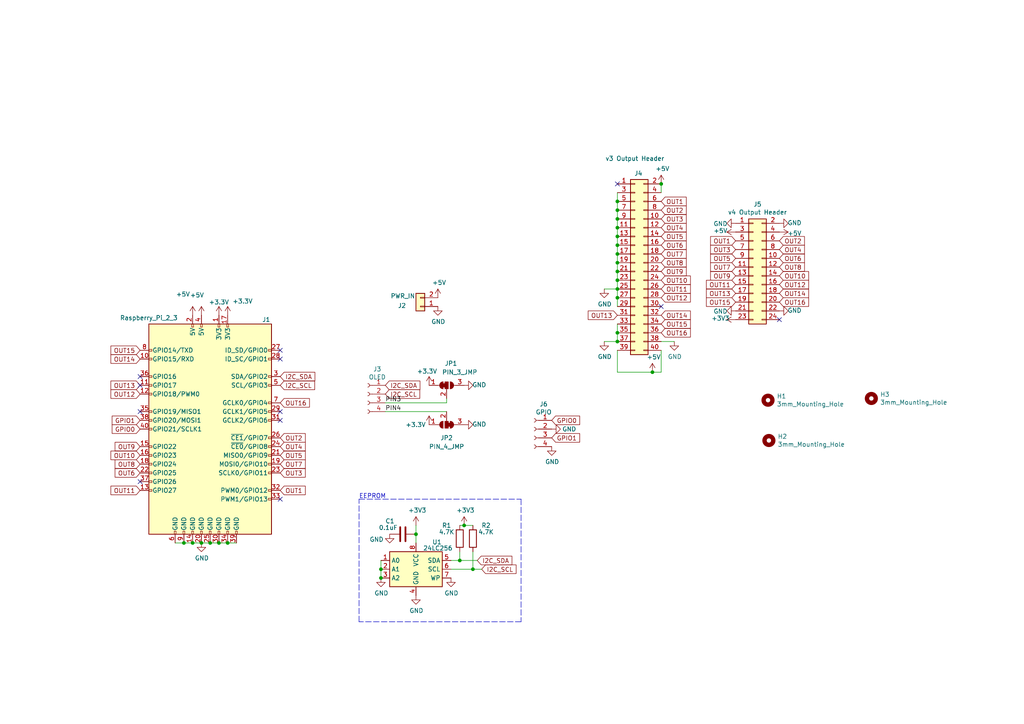
<source format=kicad_sch>
(kicad_sch (version 20211123) (generator eeschema)
  (paper "A4")
  (title_block (title "Pi Expansion") (date "2022-09-08") (rev "v1") (company "Scott Hanson"))
  (lib_symbols
    (symbol "+3.3V_1" (power) (pin_names (offset 0))
      (property "Value" "+3.3V_1" (at 0 3.556 0))
      (symbol "+3.3V_1_0_1"
        (polyline (pts (xy -0.762 1.27) (xy 0 2.54)))
        (polyline (pts (xy 0 0) (xy 0 2.54)))
        (polyline (pts (xy 0 2.54) (xy 0.762 1.27)))
      )
      (symbol "+3.3V_1_1_1"
        (pin power_in line (at 0 0 90) (length 0) hide (name "+3.3V") (number "1"))
      )
    )
    (symbol "+3.3V_2" (power) (pin_names (offset 0))
      (property "Value" "+3.3V_2" (at 0 3.556 0))
      (symbol "+3.3V_2_0_1"
        (polyline (pts (xy -0.762 1.27) (xy 0 2.54)))
        (polyline (pts (xy 0 0) (xy 0 2.54)))
        (polyline (pts (xy 0 2.54) (xy 0.762 1.27)))
      )
      (symbol "+3.3V_2_1_1"
        (pin power_in line (at 0 0 90) (length 0) hide (name "+3.3V") (number "1"))
      )
    )
    (symbol "+3.3V_3" (power) (pin_names (offset 0))
      (property "Value" "+3.3V_3" (at 0 3.556 0))
      (symbol "+3.3V_3_0_1"
        (polyline (pts (xy -0.762 1.27) (xy 0 2.54)))
        (polyline (pts (xy 0 0) (xy 0 2.54)))
        (polyline (pts (xy 0 2.54) (xy 0.762 1.27)))
      )
      (symbol "+3.3V_3_1_1"
        (pin power_in line (at 0 0 90) (length 0) hide (name "+3.3V") (number "1"))
      )
    )
    (symbol "+3.3V_4" (power) (pin_names (offset 0))
      (property "Value" "+3.3V_4" (at 0 3.556 0))
      (symbol "+3.3V_4_0_1"
        (polyline (pts (xy -0.762 1.27) (xy 0 2.54)))
        (polyline (pts (xy 0 0) (xy 0 2.54)))
        (polyline (pts (xy 0 2.54) (xy 0.762 1.27)))
      )
      (symbol "+3.3V_4_1_1"
        (pin power_in line (at 0 0 90) (length 0) hide (name "+3.3V") (number "1"))
      )
    )
    (symbol "Connector:Conn_01x04_Female" (pin_names (offset 1.016) hide)
      (property "Reference" "J" (at 0 5.08 0))
      (property "Value" "Conn_01x04_Female" (at 0 -7.62 0))
      (symbol "Conn_01x04_Female_1_1"
        (arc (start 0 -4.572) (mid -0.508 -5.08) (end 0 -5.588) (stroke (width 0.1524)))
        (arc (start 0 -2.032) (mid -0.508 -2.54) (end 0 -3.048) (stroke (width 0.1524)))
        (polyline (pts (xy -1.27 -5.08) (xy -0.508 -5.08)) (stroke (width 0.1524)))
        (polyline (pts (xy -1.27 -2.54) (xy -0.508 -2.54)) (stroke (width 0.1524)))
        (polyline (pts (xy -1.27 0) (xy -0.508 0)) (stroke (width 0.1524)))
        (polyline (pts (xy -1.27 2.54) (xy -0.508 2.54)) (stroke (width 0.1524)))
        (arc (start 0 0.508) (mid -0.508 0) (end 0 -0.508) (stroke (width 0.1524)))
        (arc (start 0 3.048) (mid -0.508 2.54) (end 0 2.032) (stroke (width 0.1524)))
        (pin passive line (at -5.08 2.54 0) (length 3.81) (name "Pin_1") (number "1"))
        (pin passive line (at -5.08 0 0) (length 3.81) (name "Pin_2") (number "2"))
        (pin passive line (at -5.08 -2.54 0) (length 3.81) (name "Pin_3") (number "3"))
        (pin passive line (at -5.08 -5.08 0) (length 3.81) (name "Pin_4") (number "4"))
      )
    )
    (symbol "Connector:Raspberry_Pi_2_3" (pin_names (offset 1.016))
      (property "Reference" "J" (at -17.78 31.75 0))
      (property "Value" "Raspberry_Pi_2_3" (at 10.16 -31.75 0))
      (symbol "Raspberry_Pi_2_3_0_1"
        (rectangle (start -17.78 30.48) (end 17.78 -30.48) (stroke (width 0.254)) (fill (type background)))
      )
      (symbol "Raspberry_Pi_2_3_1_1"
        (rectangle (start -16.891 -17.526) (end -17.78 -18.034))
        (rectangle (start -16.891 -14.986) (end -17.78 -15.494))
        (rectangle (start -16.891 -12.446) (end -17.78 -12.954))
        (rectangle (start -16.891 -9.906) (end -17.78 -10.414))
        (rectangle (start -16.891 -7.366) (end -17.78 -7.874))
        (rectangle (start -16.891 -4.826) (end -17.78 -5.334))
        (rectangle (start -16.891 0.254) (end -17.78 -0.254))
        (rectangle (start -16.891 2.794) (end -17.78 2.286))
        (rectangle (start -16.891 5.334) (end -17.78 4.826))
        (rectangle (start -16.891 10.414) (end -17.78 9.906))
        (rectangle (start -16.891 12.954) (end -17.78 12.446))
        (rectangle (start -16.891 15.494) (end -17.78 14.986))
        (rectangle (start -16.891 20.574) (end -17.78 20.066))
        (rectangle (start -16.891 23.114) (end -17.78 22.606))
        (rectangle (start -10.414 -29.591) (end -9.906 -30.48))
        (rectangle (start -7.874 -29.591) (end -7.366 -30.48))
        (rectangle (start -5.334 -29.591) (end -4.826 -30.48))
        (rectangle (start -5.334 30.48) (end -4.826 29.591))
        (rectangle (start -2.794 -29.591) (end -2.286 -30.48))
        (rectangle (start -2.794 30.48) (end -2.286 29.591))
        (rectangle (start -0.254 -29.591) (end 0.254 -30.48))
        (rectangle (start 2.286 -29.591) (end 2.794 -30.48))
        (rectangle (start 2.286 30.48) (end 2.794 29.591))
        (rectangle (start 4.826 -29.591) (end 5.334 -30.48))
        (rectangle (start 4.826 30.48) (end 5.334 29.591))
        (rectangle (start 7.366 -29.591) (end 7.874 -30.48))
        (rectangle (start 17.78 -20.066) (end 16.891 -20.574))
        (rectangle (start 17.78 -17.526) (end 16.891 -18.034))
        (rectangle (start 17.78 -12.446) (end 16.891 -12.954))
        (rectangle (start 17.78 -9.906) (end 16.891 -10.414))
        (rectangle (start 17.78 -7.366) (end 16.891 -7.874))
        (rectangle (start 17.78 -4.826) (end 16.891 -5.334))
        (rectangle (start 17.78 -2.286) (end 16.891 -2.794))
        (rectangle (start 17.78 2.794) (end 16.891 2.286))
        (rectangle (start 17.78 5.334) (end 16.891 4.826))
        (rectangle (start 17.78 7.874) (end 16.891 7.366))
        (rectangle (start 17.78 12.954) (end 16.891 12.446))
        (rectangle (start 17.78 15.494) (end 16.891 14.986))
        (rectangle (start 17.78 20.574) (end 16.891 20.066))
        (rectangle (start 17.78 23.114) (end 16.891 22.606))
        (pin power_in line (at 2.54 33.02 270) (length 2.54) (name "3V3") (number "1"))
        (pin bidirectional line (at -20.32 20.32 0) (length 2.54) (name "GPIO15/RXD") (number "10"))
        (pin bidirectional line (at -20.32 12.7 0) (length 2.54) (name "GPIO17") (number "11"))
        (pin bidirectional line (at -20.32 10.16 0) (length 2.54) (name "GPIO18/PWM0") (number "12"))
        (pin bidirectional line (at -20.32 -17.78 0) (length 2.54) (name "GPIO27") (number "13"))
        (pin power_in line (at -5.08 -33.02 90) (length 2.54) (name "GND") (number "14"))
        (pin bidirectional line (at -20.32 -5.08 0) (length 2.54) (name "GPIO22") (number "15"))
        (pin bidirectional line (at -20.32 -7.62 0) (length 2.54) (name "GPIO23") (number "16"))
        (pin power_in line (at 5.08 33.02 270) (length 2.54) (name "3V3") (number "17"))
        (pin bidirectional line (at -20.32 -10.16 0) (length 2.54) (name "GPIO24") (number "18"))
        (pin bidirectional line (at 20.32 -10.16 180) (length 2.54) (name "MOSI0/GPIO10") (number "19"))
        (pin power_in line (at -5.08 33.02 270) (length 2.54) (name "5V") (number "2"))
        (pin power_in line (at -2.54 -33.02 90) (length 2.54) (name "GND") (number "20"))
        (pin bidirectional line (at 20.32 -7.62 180) (length 2.54) (name "MISO0/GPIO9") (number "21"))
        (pin bidirectional line (at -20.32 -12.7 0) (length 2.54) (name "GPIO25") (number "22"))
        (pin bidirectional line (at 20.32 -12.7 180) (length 2.54) (name "SCLK0/GPIO11") (number "23"))
        (pin bidirectional line (at 20.32 -5.08 180) (length 2.54) (name "~{CE0}/GPIO8") (number "24"))
        (pin power_in line (at 0 -33.02 90) (length 2.54) (name "GND") (number "25"))
        (pin bidirectional line (at 20.32 -2.54 180) (length 2.54) (name "~{CE1}/GPIO7") (number "26"))
        (pin bidirectional line (at 20.32 22.86 180) (length 2.54) (name "ID_SD/GPIO0") (number "27"))
        (pin bidirectional line (at 20.32 20.32 180) (length 2.54) (name "ID_SC/GPIO1") (number "28"))
        (pin bidirectional line (at 20.32 5.08 180) (length 2.54) (name "GCLK1/GPIO5") (number "29"))
        (pin bidirectional line (at 20.32 15.24 180) (length 2.54) (name "SDA/GPIO2") (number "3"))
        (pin power_in line (at 2.54 -33.02 90) (length 2.54) (name "GND") (number "30"))
        (pin bidirectional line (at 20.32 2.54 180) (length 2.54) (name "GCLK2/GPIO6") (number "31"))
        (pin bidirectional line (at 20.32 -17.78 180) (length 2.54) (name "PWM0/GPIO12") (number "32"))
        (pin bidirectional line (at 20.32 -20.32 180) (length 2.54) (name "PWM1/GPIO13") (number "33"))
        (pin power_in line (at 5.08 -33.02 90) (length 2.54) (name "GND") (number "34"))
        (pin bidirectional line (at -20.32 5.08 0) (length 2.54) (name "GPIO19/MISO1") (number "35"))
        (pin bidirectional line (at -20.32 15.24 0) (length 2.54) (name "GPIO16") (number "36"))
        (pin bidirectional line (at -20.32 -15.24 0) (length 2.54) (name "GPIO26") (number "37"))
        (pin bidirectional line (at -20.32 2.54 0) (length 2.54) (name "GPIO20/MOSI1") (number "38"))
        (pin power_in line (at 7.62 -33.02 90) (length 2.54) (name "GND") (number "39"))
        (pin power_in line (at -2.54 33.02 270) (length 2.54) (name "5V") (number "4"))
        (pin bidirectional line (at -20.32 0 0) (length 2.54) (name "GPIO21/SCLK1") (number "40"))
        (pin bidirectional line (at 20.32 12.7 180) (length 2.54) (name "SCL/GPIO3") (number "5"))
        (pin power_in line (at -10.16 -33.02 90) (length 2.54) (name "GND") (number "6"))
        (pin bidirectional line (at 20.32 7.62 180) (length 2.54) (name "GCLK0/GPIO4") (number "7"))
        (pin bidirectional line (at -20.32 22.86 0) (length 2.54) (name "GPIO14/TXD") (number "8"))
        (pin power_in line (at -7.62 -33.02 90) (length 2.54) (name "GND") (number "9"))
      )
    )
    (symbol "Connector_Generic:Conn_01x02" (pin_names (offset 1.016) hide)
      (property "Reference" "J" (at 0 2.54 0))
      (property "Value" "Conn_01x02" (at 0 -5.08 0))
      (symbol "Conn_01x02_1_1"
        (rectangle (start -1.27 -2.413) (end 0 -2.667) (stroke (width 0.1524)))
        (rectangle (start -1.27 0.127) (end 0 -0.127) (stroke (width 0.1524)))
        (rectangle (start -1.27 1.27) (end 1.27 -3.81) (stroke (width 0.254)) (fill (type background)))
        (pin passive line (at -5.08 0 0) (length 3.81) (name "Pin_1") (number "1"))
        (pin passive line (at -5.08 -2.54 0) (length 3.81) (name "Pin_2") (number "2"))
      )
    )
    (symbol "Connector_Generic:Conn_02x12_Odd_Even" (pin_names (offset 1.016) hide)
      (property "Reference" "J" (at 1.27 15.24 0))
      (property "Value" "Conn_02x12_Odd_Even" (at 1.27 -17.78 0))
      (symbol "Conn_02x12_Odd_Even_1_1"
        (rectangle (start -1.27 -15.113) (end 0 -15.367) (stroke (width 0.1524)))
        (rectangle (start -1.27 -12.573) (end 0 -12.827) (stroke (width 0.1524)))
        (rectangle (start -1.27 -10.033) (end 0 -10.287) (stroke (width 0.1524)))
        (rectangle (start -1.27 -7.493) (end 0 -7.747) (stroke (width 0.1524)))
        (rectangle (start -1.27 -4.953) (end 0 -5.207) (stroke (width 0.1524)))
        (rectangle (start -1.27 -2.413) (end 0 -2.667) (stroke (width 0.1524)))
        (rectangle (start -1.27 0.127) (end 0 -0.127) (stroke (width 0.1524)))
        (rectangle (start -1.27 2.667) (end 0 2.413) (stroke (width 0.1524)))
        (rectangle (start -1.27 5.207) (end 0 4.953) (stroke (width 0.1524)))
        (rectangle (start -1.27 7.747) (end 0 7.493) (stroke (width 0.1524)))
        (rectangle (start -1.27 10.287) (end 0 10.033) (stroke (width 0.1524)))
        (rectangle (start -1.27 12.827) (end 0 12.573) (stroke (width 0.1524)))
        (rectangle (start -1.27 13.97) (end 3.81 -16.51) (stroke (width 0.254)) (fill (type background)))
        (rectangle (start 3.81 -15.113) (end 2.54 -15.367) (stroke (width 0.1524)))
        (rectangle (start 3.81 -12.573) (end 2.54 -12.827) (stroke (width 0.1524)))
        (rectangle (start 3.81 -10.033) (end 2.54 -10.287) (stroke (width 0.1524)))
        (rectangle (start 3.81 -7.493) (end 2.54 -7.747) (stroke (width 0.1524)))
        (rectangle (start 3.81 -4.953) (end 2.54 -5.207) (stroke (width 0.1524)))
        (rectangle (start 3.81 -2.413) (end 2.54 -2.667) (stroke (width 0.1524)))
        (rectangle (start 3.81 0.127) (end 2.54 -0.127) (stroke (width 0.1524)))
        (rectangle (start 3.81 2.667) (end 2.54 2.413) (stroke (width 0.1524)))
        (rectangle (start 3.81 5.207) (end 2.54 4.953) (stroke (width 0.1524)))
        (rectangle (start 3.81 7.747) (end 2.54 7.493) (stroke (width 0.1524)))
        (rectangle (start 3.81 10.287) (end 2.54 10.033) (stroke (width 0.1524)))
        (rectangle (start 3.81 12.827) (end 2.54 12.573) (stroke (width 0.1524)))
        (pin passive line (at -5.08 12.7 0) (length 3.81) (name "Pin_1") (number "1"))
        (pin passive line (at 7.62 2.54 180) (length 3.81) (name "Pin_10") (number "10"))
        (pin passive line (at -5.08 0 0) (length 3.81) (name "Pin_11") (number "11"))
        (pin passive line (at 7.62 0 180) (length 3.81) (name "Pin_12") (number "12"))
        (pin passive line (at -5.08 -2.54 0) (length 3.81) (name "Pin_13") (number "13"))
        (pin passive line (at 7.62 -2.54 180) (length 3.81) (name "Pin_14") (number "14"))
        (pin passive line (at -5.08 -5.08 0) (length 3.81) (name "Pin_15") (number "15"))
        (pin passive line (at 7.62 -5.08 180) (length 3.81) (name "Pin_16") (number "16"))
        (pin passive line (at -5.08 -7.62 0) (length 3.81) (name "Pin_17") (number "17"))
        (pin passive line (at 7.62 -7.62 180) (length 3.81) (name "Pin_18") (number "18"))
        (pin passive line (at -5.08 -10.16 0) (length 3.81) (name "Pin_19") (number "19"))
        (pin passive line (at 7.62 12.7 180) (length 3.81) (name "Pin_2") (number "2"))
        (pin passive line (at 7.62 -10.16 180) (length 3.81) (name "Pin_20") (number "20"))
        (pin passive line (at -5.08 -12.7 0) (length 3.81) (name "Pin_21") (number "21"))
        (pin passive line (at 7.62 -12.7 180) (length 3.81) (name "Pin_22") (number "22"))
        (pin passive line (at -5.08 -15.24 0) (length 3.81) (name "Pin_23") (number "23"))
        (pin passive line (at 7.62 -15.24 180) (length 3.81) (name "Pin_24") (number "24"))
        (pin passive line (at -5.08 10.16 0) (length 3.81) (name "Pin_3") (number "3"))
        (pin passive line (at 7.62 10.16 180) (length 3.81) (name "Pin_4") (number "4"))
        (pin passive line (at -5.08 7.62 0) (length 3.81) (name "Pin_5") (number "5"))
        (pin passive line (at 7.62 7.62 180) (length 3.81) (name "Pin_6") (number "6"))
        (pin passive line (at -5.08 5.08 0) (length 3.81) (name "Pin_7") (number "7"))
        (pin passive line (at 7.62 5.08 180) (length 3.81) (name "Pin_8") (number "8"))
        (pin passive line (at -5.08 2.54 0) (length 3.81) (name "Pin_9") (number "9"))
      )
    )
    (symbol "Connector_Generic:Conn_02x20_Odd_Even" (pin_names (offset 1.016) hide)
      (property "Reference" "J" (at 1.27 25.4 0))
      (property "Value" "Conn_02x20_Odd_Even" (at 1.27 -27.94 0))
      (symbol "Conn_02x20_Odd_Even_1_1"
        (rectangle (start -1.27 -25.273) (end 0 -25.527) (stroke (width 0.1524)))
        (rectangle (start -1.27 -22.733) (end 0 -22.987) (stroke (width 0.1524)))
        (rectangle (start -1.27 -20.193) (end 0 -20.447) (stroke (width 0.1524)))
        (rectangle (start -1.27 -17.653) (end 0 -17.907) (stroke (width 0.1524)))
        (rectangle (start -1.27 -15.113) (end 0 -15.367) (stroke (width 0.1524)))
        (rectangle (start -1.27 -12.573) (end 0 -12.827) (stroke (width 0.1524)))
        (rectangle (start -1.27 -10.033) (end 0 -10.287) (stroke (width 0.1524)))
        (rectangle (start -1.27 -7.493) (end 0 -7.747) (stroke (width 0.1524)))
        (rectangle (start -1.27 -4.953) (end 0 -5.207) (stroke (width 0.1524)))
        (rectangle (start -1.27 -2.413) (end 0 -2.667) (stroke (width 0.1524)))
        (rectangle (start -1.27 0.127) (end 0 -0.127) (stroke (width 0.1524)))
        (rectangle (start -1.27 2.667) (end 0 2.413) (stroke (width 0.1524)))
        (rectangle (start -1.27 5.207) (end 0 4.953) (stroke (width 0.1524)))
        (rectangle (start -1.27 7.747) (end 0 7.493) (stroke (width 0.1524)))
        (rectangle (start -1.27 10.287) (end 0 10.033) (stroke (width 0.1524)))
        (rectangle (start -1.27 12.827) (end 0 12.573) (stroke (width 0.1524)))
        (rectangle (start -1.27 15.367) (end 0 15.113) (stroke (width 0.1524)))
        (rectangle (start -1.27 17.907) (end 0 17.653) (stroke (width 0.1524)))
        (rectangle (start -1.27 20.447) (end 0 20.193) (stroke (width 0.1524)))
        (rectangle (start -1.27 22.987) (end 0 22.733) (stroke (width 0.1524)))
        (rectangle (start -1.27 24.13) (end 3.81 -26.67) (stroke (width 0.254)) (fill (type background)))
        (rectangle (start 3.81 -25.273) (end 2.54 -25.527) (stroke (width 0.1524)))
        (rectangle (start 3.81 -22.733) (end 2.54 -22.987) (stroke (width 0.1524)))
        (rectangle (start 3.81 -20.193) (end 2.54 -20.447) (stroke (width 0.1524)))
        (rectangle (start 3.81 -17.653) (end 2.54 -17.907) (stroke (width 0.1524)))
        (rectangle (start 3.81 -15.113) (end 2.54 -15.367) (stroke (width 0.1524)))
        (rectangle (start 3.81 -12.573) (end 2.54 -12.827) (stroke (width 0.1524)))
        (rectangle (start 3.81 -10.033) (end 2.54 -10.287) (stroke (width 0.1524)))
        (rectangle (start 3.81 -7.493) (end 2.54 -7.747) (stroke (width 0.1524)))
        (rectangle (start 3.81 -4.953) (end 2.54 -5.207) (stroke (width 0.1524)))
        (rectangle (start 3.81 -2.413) (end 2.54 -2.667) (stroke (width 0.1524)))
        (rectangle (start 3.81 0.127) (end 2.54 -0.127) (stroke (width 0.1524)))
        (rectangle (start 3.81 2.667) (end 2.54 2.413) (stroke (width 0.1524)))
        (rectangle (start 3.81 5.207) (end 2.54 4.953) (stroke (width 0.1524)))
        (rectangle (start 3.81 7.747) (end 2.54 7.493) (stroke (width 0.1524)))
        (rectangle (start 3.81 10.287) (end 2.54 10.033) (stroke (width 0.1524)))
        (rectangle (start 3.81 12.827) (end 2.54 12.573) (stroke (width 0.1524)))
        (rectangle (start 3.81 15.367) (end 2.54 15.113) (stroke (width 0.1524)))
        (rectangle (start 3.81 17.907) (end 2.54 17.653) (stroke (width 0.1524)))
        (rectangle (start 3.81 20.447) (end 2.54 20.193) (stroke (width 0.1524)))
        (rectangle (start 3.81 22.987) (end 2.54 22.733) (stroke (width 0.1524)))
        (pin passive line (at -5.08 22.86 0) (length 3.81) (name "Pin_1") (number "1"))
        (pin passive line (at 7.62 12.7 180) (length 3.81) (name "Pin_10") (number "10"))
        (pin passive line (at -5.08 10.16 0) (length 3.81) (name "Pin_11") (number "11"))
        (pin passive line (at 7.62 10.16 180) (length 3.81) (name "Pin_12") (number "12"))
        (pin passive line (at -5.08 7.62 0) (length 3.81) (name "Pin_13") (number "13"))
        (pin passive line (at 7.62 7.62 180) (length 3.81) (name "Pin_14") (number "14"))
        (pin passive line (at -5.08 5.08 0) (length 3.81) (name "Pin_15") (number "15"))
        (pin passive line (at 7.62 5.08 180) (length 3.81) (name "Pin_16") (number "16"))
        (pin passive line (at -5.08 2.54 0) (length 3.81) (name "Pin_17") (number "17"))
        (pin passive line (at 7.62 2.54 180) (length 3.81) (name "Pin_18") (number "18"))
        (pin passive line (at -5.08 0 0) (length 3.81) (name "Pin_19") (number "19"))
        (pin passive line (at 7.62 22.86 180) (length 3.81) (name "Pin_2") (number "2"))
        (pin passive line (at 7.62 0 180) (length 3.81) (name "Pin_20") (number "20"))
        (pin passive line (at -5.08 -2.54 0) (length 3.81) (name "Pin_21") (number "21"))
        (pin passive line (at 7.62 -2.54 180) (length 3.81) (name "Pin_22") (number "22"))
        (pin passive line (at -5.08 -5.08 0) (length 3.81) (name "Pin_23") (number "23"))
        (pin passive line (at 7.62 -5.08 180) (length 3.81) (name "Pin_24") (number "24"))
        (pin passive line (at -5.08 -7.62 0) (length 3.81) (name "Pin_25") (number "25"))
        (pin passive line (at 7.62 -7.62 180) (length 3.81) (name "Pin_26") (number "26"))
        (pin passive line (at -5.08 -10.16 0) (length 3.81) (name "Pin_27") (number "27"))
        (pin passive line (at 7.62 -10.16 180) (length 3.81) (name "Pin_28") (number "28"))
        (pin passive line (at -5.08 -12.7 0) (length 3.81) (name "Pin_29") (number "29"))
        (pin passive line (at -5.08 20.32 0) (length 3.81) (name "Pin_3") (number "3"))
        (pin passive line (at 7.62 -12.7 180) (length 3.81) (name "Pin_30") (number "30"))
        (pin passive line (at -5.08 -15.24 0) (length 3.81) (name "Pin_31") (number "31"))
        (pin passive line (at 7.62 -15.24 180) (length 3.81) (name "Pin_32") (number "32"))
        (pin passive line (at -5.08 -17.78 0) (length 3.81) (name "Pin_33") (number "33"))
        (pin passive line (at 7.62 -17.78 180) (length 3.81) (name "Pin_34") (number "34"))
        (pin passive line (at -5.08 -20.32 0) (length 3.81) (name "Pin_35") (number "35"))
        (pin passive line (at 7.62 -20.32 180) (length 3.81) (name "Pin_36") (number "36"))
        (pin passive line (at -5.08 -22.86 0) (length 3.81) (name "Pin_37") (number "37"))
        (pin passive line (at 7.62 -22.86 180) (length 3.81) (name "Pin_38") (number "38"))
        (pin passive line (at -5.08 -25.4 0) (length 3.81) (name "Pin_39") (number "39"))
        (pin passive line (at 7.62 20.32 180) (length 3.81) (name "Pin_4") (number "4"))
        (pin passive line (at 7.62 -25.4 180) (length 3.81) (name "Pin_40") (number "40"))
        (pin passive line (at -5.08 17.78 0) (length 3.81) (name "Pin_5") (number "5"))
        (pin passive line (at 7.62 17.78 180) (length 3.81) (name "Pin_6") (number "6"))
        (pin passive line (at -5.08 15.24 0) (length 3.81) (name "Pin_7") (number "7"))
        (pin passive line (at 7.62 15.24 180) (length 3.81) (name "Pin_8") (number "8"))
        (pin passive line (at -5.08 12.7 0) (length 3.81) (name "Pin_9") (number "9"))
      )
    )
    (symbol "Device:C" (pin_numbers hide) (pin_names (offset 0.254))
      (property "Reference" "C" (at 0.635 2.54 0))
      (property "Value" "C" (at 0.635 -2.54 0))
      (symbol "C_0_1"
        (polyline (pts (xy -2.032 -0.762) (xy 2.032 -0.762)) (stroke (width 0.508)))
        (polyline (pts (xy -2.032 0.762) (xy 2.032 0.762)) (stroke (width 0.508)))
      )
      (symbol "C_1_1"
        (pin passive line (at 0 3.81 270) (length 2.794) (name "~") (number "1"))
        (pin passive line (at 0 -3.81 90) (length 2.794) (name "~") (number "2"))
      )
    )
    (symbol "Device:R" (pin_numbers hide) (pin_names (offset 0))
      (property "Reference" "R" (at 2.032 0 90))
      (property "Value" "R" (at 0 0 90))
      (symbol "R_0_1"
        (rectangle (start -1.016 -2.54) (end 1.016 2.54) (stroke (width 0.254)))
      )
      (symbol "R_1_1"
        (pin passive line (at 0 3.81 270) (length 1.27) (name "~") (number "1"))
        (pin passive line (at 0 -3.81 90) (length 1.27) (name "~") (number "2"))
      )
    )
    (symbol "Mechanical:MountingHole" (pin_names (offset 1.016))
      (property "Reference" "H" (at 0 5.08 0))
      (property "Value" "MountingHole" (at 0 3.175 0))
      (symbol "MountingHole_0_1"
        (circle (center 0 0) (radius 1.27) (stroke (width 1.27)))
      )
    )
    (symbol "Memory_EEPROM:24LC256"
      (property "Reference" "U" (at -6.35 6.35 0))
      (property "Value" "24LC256" (at 1.27 6.35 0))
      (symbol "24LC256_1_1"
        (rectangle (start -7.62 5.08) (end 7.62 -5.08) (stroke (width 0.254)) (fill (type background)))
        (pin input line (at -10.16 2.54 0) (length 2.54) (name "A0") (number "1"))
        (pin input line (at -10.16 0 0) (length 2.54) (name "A1") (number "2"))
        (pin input line (at -10.16 -2.54 0) (length 2.54) (name "A2") (number "3"))
        (pin power_in line (at 0 -7.62 90) (length 2.54) (name "GND") (number "4"))
        (pin bidirectional line (at 10.16 2.54 180) (length 2.54) (name "SDA") (number "5"))
        (pin input line (at 10.16 0 180) (length 2.54) (name "SCL") (number "6"))
        (pin input line (at 10.16 -2.54 180) (length 2.54) (name "WP") (number "7"))
        (pin power_in line (at 0 7.62 270) (length 2.54) (name "VCC") (number "8"))
      )
    )
    (symbol "Scotts:SolderJumper_3_Bridged12" (pin_names (offset 0) hide)
      (property "Reference" "JP?" (at 0 6.35 0))
      (property "Value" "SolderJumper_3_Bridged12" (at 0 3.81 0))
      (symbol "SolderJumper_3_Bridged12_0_1"
        (rectangle (start -1.016 0.508) (end -0.508 -0.508) (fill (type outline)))
        (arc (start -1.016 1.016) (mid -2.032 0) (end -1.016 -1.016))
        (arc (start -1.016 1.016) (mid -2.032 0) (end -1.016 -1.016) (fill (type outline)))
        (rectangle (start -0.508 1.016) (end 0.508 -1.016) (fill (type outline)))
        (polyline (pts (xy -2.54 0) (xy -2.032 0)))
        (polyline (pts (xy -1.016 1.016) (xy -1.016 -1.016)))
        (polyline (pts (xy 0 -1.27) (xy 0 -1.016)))
        (polyline (pts (xy 1.016 1.016) (xy 1.016 -1.016)))
        (polyline (pts (xy 2.54 0) (xy 2.032 0)))
        (arc (start 1.016 -1.016) (mid 2.032 0) (end 1.016 1.016))
        (arc (start 1.016 -1.016) (mid 2.032 0) (end 1.016 1.016) (fill (type outline)))
      )
      (symbol "SolderJumper_3_Bridged12_1_1"
        (pin passive line (at -5.08 0 0) (length 2.54) (name "A") (number "1"))
        (pin passive line (at 0 -3.81 90) (length 2.54) (name "C") (number "2"))
        (pin passive line (at 5.08 0 180) (length 2.54) (name "B") (number "3"))
      )
    )
    (symbol "Scotts:SolderJumper_3_Bridged23" (pin_names (offset 0) hide)
      (property "Reference" "JP?" (at 0 6.35 0))
      (property "Value" "SolderJumper_3_Bridged23" (at 0 3.81 0))
      (symbol "SolderJumper_3_Bridged23_0_1"
        (arc (start -1.016 1.016) (mid -2.032 0) (end -1.016 -1.016))
        (arc (start -1.016 1.016) (mid -2.032 0) (end -1.016 -1.016) (fill (type outline)))
        (rectangle (start -0.508 1.016) (end 0.508 -1.016) (fill (type outline)))
        (polyline (pts (xy -2.54 0) (xy -2.032 0)))
        (polyline (pts (xy -1.016 1.016) (xy -1.016 -1.016)))
        (polyline (pts (xy 0 -1.27) (xy 0 -1.016)))
        (polyline (pts (xy 1.016 1.016) (xy 1.016 -1.016)))
        (polyline (pts (xy 2.54 0) (xy 2.032 0)))
        (rectangle (start 0.508 0.508) (end 1.016 -0.508) (fill (type outline)))
        (arc (start 1.016 -1.016) (mid 2.032 0) (end 1.016 1.016))
        (arc (start 1.016 -1.016) (mid 2.032 0) (end 1.016 1.016) (fill (type outline)))
      )
      (symbol "SolderJumper_3_Bridged23_1_1"
        (pin passive line (at -5.08 0 0) (length 2.54) (name "A") (number "1"))
        (pin passive line (at 0 -3.81 90) (length 2.54) (name "C") (number "2"))
        (pin passive line (at 5.08 0 180) (length 2.54) (name "B") (number "3"))
      )
    )
    (symbol "power:+3.3V" (power) (pin_names (offset 0))
      (property "Value" "+3.3V" (at 0 3.556 0))
      (symbol "+3.3V_0_1"
        (polyline (pts (xy -0.762 1.27) (xy 0 2.54)))
        (polyline (pts (xy 0 0) (xy 0 2.54)))
        (polyline (pts (xy 0 2.54) (xy 0.762 1.27)))
      )
      (symbol "+3.3V_1_1"
        (pin power_in line (at 0 0 90) (length 0) hide (name "+3V3") (number "1"))
      )
    )
    (symbol "power:+5V" (power) (pin_names (offset 0))
      (property "Value" "+5V" (at 0 3.556 0))
      (symbol "+5V_0_1"
        (polyline (pts (xy -0.762 1.27) (xy 0 2.54)))
        (polyline (pts (xy 0 0) (xy 0 2.54)))
        (polyline (pts (xy 0 2.54) (xy 0.762 1.27)))
      )
      (symbol "+5V_1_1"
        (pin power_in line (at 0 0 90) (length 0) hide (name "+5V") (number "1"))
      )
    )
    (symbol "power:GND" (power) (pin_names (offset 0))
      (property "Value" "GND" (at 0 -3.81 0))
      (symbol "GND_0_1"
        (polyline (pts (xy 0 0) (xy 0 -1.27) (xy 1.27 -1.27) (xy 0 -2.54) (xy -1.27 -1.27) (xy 0 -1.27)))
      )
      (symbol "GND_1_1"
        (pin power_in line (at 0 0 270) (length 0) hide (name "GND") (number "1"))
      )
    )
  )
  (junction (at 179.07 68.58))
  (junction (at 179.07 71.12))
  (junction (at 179.07 76.2))
  (junction (at 179.07 99.06))
  (junction (at 179.07 63.5))
  (junction (at 110.49 167.64))
  (junction (at 134.62 152.4))
  (junction (at 55.88 157.48))
  (junction (at 58.42 157.48))
  (junction (at 179.07 86.36))
  (junction (at 133.35 162.56))
  (junction (at 179.07 73.66))
  (junction (at 189.23 107.95))
  (junction (at 63.5 157.48))
  (junction (at 179.07 96.52))
  (junction (at 110.49 165.1))
  (junction (at 60.96 157.48))
  (junction (at 66.04 157.48))
  (junction (at 179.07 60.96))
  (junction (at 179.07 81.28))
  (junction (at 179.07 58.42))
  (junction (at 191.77 53.34))
  (junction (at 179.07 78.74))
  (junction (at 179.07 83.82))
  (junction (at 120.65 154.94))
  (junction (at 179.07 66.04))
  (junction (at 53.34 157.48))
  (junction (at 137.16 165.1))
  (no_connect (at 81.28 144.78))
  (no_connect (at 40.64 119.38))
  (no_connect (at 40.64 109.22))
  (no_connect (at 40.64 139.7))
  (no_connect (at 81.28 119.38))
  (no_connect (at 81.28 121.92))
  (no_connect (at 81.28 101.6))
  (no_connect (at 81.28 104.14))
  (no_connect (at 226.06 92.71))
  (no_connect (at 191.77 88.9))
  (no_connect (at 179.07 53.34))
  (no_connect (at 40.64 111.76))
  (wire (pts (xy 179.07 60.96) (xy 179.07 63.5)))
  (wire (pts (xy 68.58 157.48) (xy 66.04 157.48)))
  (wire (pts (xy 130.81 162.56) (xy 133.35 162.56)))
  (polyline (pts (xy 104.14 144.78) (xy 151.13 144.78)))
  (wire (pts (xy 137.16 165.1) (xy 130.81 165.1)))
  (polyline (pts (xy 151.13 144.78) (xy 151.13 180.34)))
  (wire (pts (xy 111.76 116.84) (xy 129.54 116.84)))
  (wire (pts (xy 120.65 154.94) (xy 120.65 157.48)))
  (wire (pts (xy 179.07 66.04) (xy 179.07 68.58)))
  (wire (pts (xy 179.07 68.58) (xy 179.07 71.12)))
  (wire (pts (xy 191.77 107.95) (xy 189.23 107.95)))
  (wire (pts (xy 55.88 157.48) (xy 53.34 157.48)))
  (wire (pts (xy 134.62 152.4) (xy 133.35 152.4)))
  (wire (pts (xy 179.07 96.52) (xy 179.07 99.06)))
  (wire (pts (xy 179.07 78.74) (xy 179.07 81.28)))
  (wire (pts (xy 129.54 115.57) (xy 129.54 116.84)))
  (wire (pts (xy 137.16 152.4) (xy 134.62 152.4)))
  (wire (pts (xy 179.07 99.06) (xy 175.26 99.06)))
  (wire (pts (xy 179.07 81.28) (xy 179.07 83.82)))
  (wire (pts (xy 179.07 71.12) (xy 179.07 73.66)))
  (wire (pts (xy 179.07 58.42) (xy 179.07 60.96)))
  (wire (pts (xy 63.5 157.48) (xy 60.96 157.48)))
  (wire (pts (xy 179.07 83.82) (xy 179.07 86.36)))
  (wire (pts (xy 179.07 63.5) (xy 179.07 66.04)))
  (wire (pts (xy 179.07 76.2) (xy 179.07 78.74)))
  (wire (pts (xy 179.07 86.36) (xy 179.07 88.9)))
  (wire (pts (xy 191.77 99.06) (xy 195.58 99.06)))
  (polyline (pts (xy 104.14 180.34) (xy 104.14 144.78)))
  (wire (pts (xy 66.04 157.48) (xy 63.5 157.48)))
  (wire (pts (xy 110.49 162.56) (xy 110.49 165.1)))
  (wire (pts (xy 179.07 55.88) (xy 179.07 58.42)))
  (wire (pts (xy 53.34 157.48) (xy 50.8 157.48)))
  (wire (pts (xy 110.49 165.1) (xy 110.49 167.64)))
  (polyline (pts (xy 151.13 180.34) (xy 104.14 180.34)))
  (wire (pts (xy 179.07 83.82) (xy 175.26 83.82)))
  (wire (pts (xy 189.23 107.95) (xy 179.07 107.95)))
  (wire (pts (xy 191.77 101.6) (xy 191.77 107.95)))
  (wire (pts (xy 120.65 152.4) (xy 120.65 154.94)))
  (wire (pts (xy 133.35 160.02) (xy 133.35 162.56)))
  (wire (pts (xy 58.42 157.48) (xy 55.88 157.48)))
  (wire (pts (xy 179.07 101.6) (xy 179.07 107.95)))
  (wire (pts (xy 139.7 165.1) (xy 137.16 165.1)))
  (wire (pts (xy 137.16 160.02) (xy 137.16 165.1)))
  (wire (pts (xy 60.96 157.48) (xy 58.42 157.48)))
  (wire (pts (xy 111.76 119.38) (xy 129.54 119.38)))
  (wire (pts (xy 179.07 93.98) (xy 179.07 96.52)))
  (wire (pts (xy 179.07 73.66) (xy 179.07 76.2)))
  (wire (pts (xy 191.77 53.34) (xy 191.77 55.88)))
  (wire (pts (xy 133.35 162.56) (xy 138.43 162.56)))
  (text "EEPROM" (at 104.14 144.78 0) (effects (font (size 1.27 1.27)) (justify left bottom)))
  (label "PIN3" (at 111.76 116.84 0))
  (label "PIN4" (at 111.76 119.38 0))
  (global_label "OUT12" (shape input) (at 226.06 82.55 0) (property "Intersheet References" "${INTERSHEET_REFS}" (effects hide)))
  (global_label "OUT5" (shape input) (at 81.28 132.08 0) (property "Intersheet References" "${INTERSHEET_REFS}" (effects hide)))
  (global_label "OUT11" (shape input) (at 191.77 83.82 0) (property "Intersheet References" "${INTERSHEET_REFS}" (effects hide)))
  (global_label "OUT16" (shape input) (at 81.28 116.84 0) (property "Intersheet References" "${INTERSHEET_REFS}" (effects hide)))
  (global_label "OUT2" (shape input) (at 226.06 69.85 0) (property "Intersheet References" "${INTERSHEET_REFS}" (effects hide)))
  (global_label "OUT14" (shape input) (at 40.64 104.14 180) (property "Intersheet References" "${INTERSHEET_REFS}" (effects hide)))
  (global_label "OUT7" (shape input) (at 213.36 77.47 180) (property "Intersheet References" "${INTERSHEET_REFS}" (effects hide)))
  (global_label "OUT1" (shape input) (at 213.36 69.85 180) (property "Intersheet References" "${INTERSHEET_REFS}" (effects hide)))
  (global_label "OUT12" (shape input) (at 191.77 86.36 0) (property "Intersheet References" "${INTERSHEET_REFS}" (effects hide)))
  (global_label "OUT8" (shape input) (at 191.77 76.2 0) (property "Intersheet References" "${INTERSHEET_REFS}" (effects hide)))
  (global_label "I2C_SDA" (shape input) (at 138.43 162.56 0) (property "Intersheet References" "${INTERSHEET_REFS}" (effects hide)))
  (global_label "OUT14" (shape input) (at 191.77 91.44 0) (property "Intersheet References" "${INTERSHEET_REFS}" (effects hide)))
  (global_label "OUT15" (shape input) (at 40.64 101.6 180) (property "Intersheet References" "${INTERSHEET_REFS}" (effects hide)))
  (global_label "OUT8" (shape input) (at 40.64 134.62 180) (property "Intersheet References" "${INTERSHEET_REFS}" (effects hide)))
  (global_label "I2C_SCL" (shape input) (at 139.7 165.1 0) (property "Intersheet References" "${INTERSHEET_REFS}" (effects hide)))
  (global_label "OUT8" (shape input) (at 226.06 77.47 0) (property "Intersheet References" "${INTERSHEET_REFS}" (effects hide)))
  (global_label "OUT1" (shape input) (at 81.28 142.24 0) (property "Intersheet References" "${INTERSHEET_REFS}" (effects hide)))
  (global_label "OUT15" (shape input) (at 191.77 93.98 0) (property "Intersheet References" "${INTERSHEET_REFS}" (effects hide)))
  (global_label "GPIO1" (shape input) (at 40.64 121.92 180) (property "Intersheet References" "${INTERSHEET_REFS}" (effects hide)))
  (global_label "OUT6" (shape input) (at 40.64 137.16 180) (property "Intersheet References" "${INTERSHEET_REFS}" (effects hide)))
  (global_label "OUT9" (shape input) (at 213.36 80.01 180) (property "Intersheet References" "${INTERSHEET_REFS}" (effects hide)))
  (global_label "OUT13" (shape input) (at 213.36 85.09 180) (property "Intersheet References" "${INTERSHEET_REFS}" (effects hide)))
  (global_label "OUT15" (shape input) (at 213.36 87.63 180) (property "Intersheet References" "${INTERSHEET_REFS}" (effects hide)))
  (global_label "I2C_SCL" (shape input) (at 81.28 111.76 0) (property "Intersheet References" "${INTERSHEET_REFS}" (effects hide)))
  (global_label "OUT9" (shape input) (at 40.64 129.54 180) (property "Intersheet References" "${INTERSHEET_REFS}" (effects hide)))
  (global_label "OUT14" (shape input) (at 226.06 85.09 0) (property "Intersheet References" "${INTERSHEET_REFS}" (effects hide)))
  (global_label "OUT7" (shape input) (at 191.77 73.66 0) (property "Intersheet References" "${INTERSHEET_REFS}" (effects hide)))
  (global_label "OUT4" (shape input) (at 226.06 72.39 0) (property "Intersheet References" "${INTERSHEET_REFS}" (effects hide)))
  (global_label "OUT3" (shape input) (at 213.36 72.39 180) (property "Intersheet References" "${INTERSHEET_REFS}" (effects hide)))
  (global_label "OUT16" (shape input) (at 191.77 96.52 0) (property "Intersheet References" "${INTERSHEET_REFS}" (effects hide)))
  (global_label "OUT4" (shape input) (at 81.28 129.54 0) (property "Intersheet References" "${INTERSHEET_REFS}" (effects hide)))
  (global_label "OUT16" (shape input) (at 226.06 87.63 0) (property "Intersheet References" "${INTERSHEET_REFS}" (effects hide)))
  (global_label "OUT5" (shape input) (at 191.77 68.58 0) (property "Intersheet References" "${INTERSHEET_REFS}" (effects hide)))
  (global_label "OUT6" (shape input) (at 226.06 74.93 0) (property "Intersheet References" "${INTERSHEET_REFS}" (effects hide)))
  (global_label "OUT3" (shape input) (at 191.77 63.5 0) (property "Intersheet References" "${INTERSHEET_REFS}" (effects hide)))
  (global_label "OUT2" (shape input) (at 191.77 60.96 0) (property "Intersheet References" "${INTERSHEET_REFS}" (effects hide)))
  (global_label "GPIO0" (shape input) (at 160.02 121.92 0) (property "Intersheet References" "${INTERSHEET_REFS}" (effects hide)))
  (global_label "OUT10" (shape input) (at 191.77 81.28 0) (property "Intersheet References" "${INTERSHEET_REFS}" (effects hide)))
  (global_label "OUT5" (shape input) (at 213.36 74.93 180) (property "Intersheet References" "${INTERSHEET_REFS}" (effects hide)))
  (global_label "OUT12" (shape input) (at 40.64 114.3 180) (property "Intersheet References" "${INTERSHEET_REFS}" (effects hide)))
  (global_label "OUT4" (shape input) (at 191.77 66.04 0) (property "Intersheet References" "${INTERSHEET_REFS}" (effects hide)))
  (global_label "I2C_SDA" (shape input) (at 111.76 111.76 0) (property "Intersheet References" "${INTERSHEET_REFS}" (effects hide)))
  (global_label "I2C_SCL" (shape input) (at 111.76 114.3 0) (property "Intersheet References" "${INTERSHEET_REFS}" (effects hide)))
  (global_label "OUT11" (shape input) (at 40.64 142.24 180) (property "Intersheet References" "${INTERSHEET_REFS}" (effects hide)))
  (global_label "OUT10" (shape input) (at 226.06 80.01 0) (property "Intersheet References" "${INTERSHEET_REFS}" (effects hide)))
  (global_label "OUT1" (shape input) (at 191.77 58.42 0) (property "Intersheet References" "${INTERSHEET_REFS}" (effects hide)))
  (global_label "OUT11" (shape input) (at 213.36 82.55 180) (property "Intersheet References" "${INTERSHEET_REFS}" (effects hide)))
  (global_label "OUT13" (shape input) (at 40.64 111.76 180) (property "Intersheet References" "${INTERSHEET_REFS}" (effects hide)))
  (global_label "OUT3" (shape input) (at 81.28 137.16 0) (property "Intersheet References" "${INTERSHEET_REFS}" (effects hide)))
  (global_label "OUT10" (shape input) (at 40.64 132.08 180) (property "Intersheet References" "${INTERSHEET_REFS}" (effects hide)))
  (global_label "OUT9" (shape input) (at 191.77 78.74 0) (property "Intersheet References" "${INTERSHEET_REFS}" (effects hide)))
  (global_label "OUT6" (shape input) (at 191.77 71.12 0) (property "Intersheet References" "${INTERSHEET_REFS}" (effects hide)))
  (global_label "OUT13" (shape input) (at 179.07 91.44 180) (property "Intersheet References" "${INTERSHEET_REFS}" (effects hide)))
  (global_label "GPIO1" (shape input) (at 160.02 127 0) (property "Intersheet References" "${INTERSHEET_REFS}" (effects hide)))
  (global_label "OUT7" (shape input) (at 81.28 134.62 0) (property "Intersheet References" "${INTERSHEET_REFS}" (effects hide)))
  (global_label "GPIO0" (shape input) (at 40.64 124.46 180) (property "Intersheet References" "${INTERSHEET_REFS}" (effects hide)))
  (global_label "I2C_SDA" (shape input) (at 81.28 109.22 0) (property "Intersheet References" "${INTERSHEET_REFS}" (effects hide)))
  (global_label "OUT2" (shape input) (at 81.28 127 0) (property "Intersheet References" "${INTERSHEET_REFS}" (effects hide)))
  (symbol (lib_id "Connector:Raspberry_Pi_2_3") (at 60.96 124.46 0) (unit 1)
    (property "Reference" "J1" (at 77.216 92.71 0))
    (property "Value" "Raspberry_Pi_2_3" (at 43.18 92.202 0))
    (property "Footprint" "Connector_PinSocket_2.54mm:PinSocket_2x20_P2.54mm_Vertical" (effects hide))
    (property "Datasheet" "https://www.raspberrypi.org/documentation/hardware/raspberrypi/schematics/rpi_SCH_3bplus_1p0_reduced.pdf" (effects hide))
    (property "Digi-Key_PN" "S7123-ND" (effects hide))
    (property "MPN" "PPPC202LFBN-RC" (effects hide))
  )
  (symbol (lib_id "Mechanical:MountingHole") (at 222.758 116.078 0) (unit 1)
    (property "Reference" "H1" (at 225.298 114.9096 0) (effects (justify left)))
    (property "Value" "3mm_Mounting_Hole" (at 225.298 117.221 0) (effects (justify left)))
    (property "Footprint" "MountingHole:MountingHole_3mm" (effects hide))
  )
  (symbol (lib_id "Mechanical:MountingHole") (at 223.012 127.762 0) (unit 1)
    (property "Reference" "H2" (at 225.552 126.5936 0) (effects (justify left)))
    (property "Value" "3mm_Mounting_Hole" (at 225.552 128.905 0) (effects (justify left)))
    (property "Footprint" "MountingHole:MountingHole_3mm" (effects hide))
  )
  (symbol (lib_name "+3.3V_4") (lib_id "power:+3.3V") (at 66.04 91.44 0) (unit 1)
    (property "Reference" "#PWR04" (effects hide))
    (property "Value" "+3.3V" (at 70.358 87.376 0))
  )
  (symbol (lib_id "power:+5V") (at 55.88 91.44 0) (unit 1)
    (property "Reference" "#PWR01" (effects hide))
    (property "Value" "+5V" (at 53.086 85.344 0))
  )
  (symbol (lib_id "power:+5V") (at 58.42 91.44 0) (unit 1)
    (property "Reference" "#PWR02" (effects hide))
    (property "Value" "+5V" (at 57.15 85.598 0))
  )
  (symbol (lib_id "power:GND") (at 58.42 157.48 0) (unit 1)
    (property "Reference" "#PWR03" (effects hide))
    (property "Value" "GND" (at 58.547 161.8742 0))
  )
  (symbol (lib_id "Connector:Conn_01x04_Female") (at 106.68 114.3 0) (mirror y) (unit 1)
    (property "Reference" "J3" (at 109.4232 107.061 0))
    (property "Value" "OLED" (at 109.4232 109.3724 0))
    (property "Footprint" "Connector_PinSocket_2.54mm:PinSocket_1x04_P2.54mm_Vertical" (effects hide))
    (property "Digi-Key_PN" "S7002-ND" (effects hide))
    (property "MPN" "PPTC041LFBN-RC" (effects hide))
  )
  (symbol (lib_id "power:GND") (at 134.62 123.19 90) (unit 1)
    (property "Reference" "#PWR0102" (effects hide))
    (property "Value" "GND" (at 139.0142 123.063 90))
  )
  (symbol (lib_id "power:GND") (at 134.62 111.76 90) (unit 1)
    (property "Reference" "#PWR0103" (effects hide))
    (property "Value" "GND" (at 139.0142 111.633 90))
  )
  (symbol (lib_name "+3.3V_2") (lib_id "power:+3.3V") (at 124.46 111.76 0) (unit 1)
    (property "Reference" "#PWR0104" (effects hide))
    (property "Value" "+3.3V" (at 120.904 107.696 0) (effects (justify left)))
  )
  (symbol (lib_name "+3.3V_3") (lib_id "power:+3.3V") (at 124.46 123.19 0) (unit 1)
    (property "Reference" "#PWR0105" (effects hide))
    (property "Value" "+3.3V" (at 117.602 123.19 0) (effects (justify left)))
  )
  (symbol (lib_id "Connector_Generic:Conn_02x12_Odd_Even") (at 218.44 77.47 0) (unit 1)
    (property "Reference" "J5" (at 219.71 59.2582 0))
    (property "Value" "v4 Output Header" (at 219.71 61.5696 0))
    (property "Footprint" "Connector_IDC:IDC-Header_2x12_P2.54mm_Vertical" (effects hide))
    (property "Digi-Key_PN" "ED10525-ND" (effects hide))
    (property "MPN" "Z-S311024S1GK1A" (effects hide))
    (property "LCSC" "C221083" (effects hide))
  )
  (symbol (lib_id "Memory_EEPROM:24LC256") (at 120.65 165.1 0) (unit 1)
    (property "Reference" "U1" (at 126.746 157.226 0))
    (property "Value" "24LC256" (at 127 159.004 0))
    (property "Footprint" "Package_SO:SOIC-8_3.9x4.9mm_P1.27mm" (effects hide))
    (property "Datasheet" "http://ww1.microchip.com/downloads/en/devicedoc/21203m.pdf" (effects hide))
    (property "Digi-Key_PN" "24LC256T-I/SNCT-ND" (effects hide))
    (property "MPN" "24LC256T-I/SN" (effects hide))
    (property "LCSC" "C6482" (effects hide))
  )
  (symbol (lib_id "power:+5V") (at 213.36 67.31 90) (unit 1)
    (property "Reference" "#PWR0111" (effects hide))
    (property "Value" "+5V" (at 208.9658 66.929 90))
  )
  (symbol (lib_id "power:GND") (at 195.58 99.06 0) (unit 1)
    (property "Reference" "#PWR0108" (effects hide))
    (property "Value" "GND" (at 195.707 103.4542 0))
  )
  (symbol (lib_id "power:+3.3V") (at 213.36 92.71 90) (unit 1)
    (property "Reference" "#PWR0114" (effects hide))
    (property "Value" "+3.3V" (at 208.9658 92.329 90))
  )
  (symbol (lib_id "Device:R") (at 137.16 156.21 180) (unit 1)
    (property "Reference" "R2" (at 140.97 152.4 0))
    (property "Value" "4.7K" (at 140.97 154.305 0))
    (property "Footprint" "Resistor_SMD:R_0603_1608Metric_Pad0.98x0.95mm_HandSolder" (effects hide))
    (property "Digi-Key_PN" "311-4.7KGRCT-ND" (effects hide))
    (property "MPN" "RC0603JR-074K7L" (effects hide))
    (property "LCSC" "C23162" (effects hide))
  )
  (symbol (lib_id "power:+5V") (at 226.06 67.31 270) (unit 1)
    (property "Reference" "#PWR0116" (effects hide))
    (property "Value" "+5V" (at 230.4542 67.691 90))
  )
  (symbol (lib_id "Scotts:SolderJumper_3_Bridged23") (at 129.54 123.19 0) (mirror x) (unit 1)
    (property "Reference" "JP2" (at 129.54 127 0))
    (property "Value" "PIN_4_JMP" (at 129.54 129.54 0))
    (property "Footprint" "Scotts:SolderJumper-3_P1mm_Bridged23" (effects hide))
  )
  (symbol (lib_id "Connector_Generic:Conn_01x02") (at 121.92 88.9 180) (unit 1)
    (property "Reference" "J2" (at 116.586 88.646 0))
    (property "Value" "PWR_IN" (at 116.84 85.852 0))
    (property "Footprint" "TerminalBlock_Phoenix:TerminalBlock_Phoenix_MKDS-1,5-2_1x02_P5.00mm_Horizontal" (effects hide))
    (property "Digi-Key_PN" "OSTT7020150" (effects hide))
    (property "MPN" "ED2675-ND" (effects hide))
  )
  (symbol (lib_id "power:GND") (at 160.02 129.54 0) (unit 1)
    (property "Reference" "#PWR06" (effects hide))
    (property "Value" "GND" (at 160.147 133.9342 0))
  )
  (symbol (lib_id "power:GND") (at 175.26 99.06 0) (unit 1)
    (property "Reference" "#PWR0117" (effects hide))
    (property "Value" "GND" (at 175.387 103.4542 0))
  )
  (symbol (lib_id "power:+5V") (at 191.77 53.34 0) (unit 1)
    (property "Reference" "#PWR0106" (effects hide))
    (property "Value" "+5V" (at 192.151 48.9458 0))
  )
  (symbol (lib_id "power:GND") (at 226.06 90.17 90) (unit 1)
    (property "Reference" "#PWR0110" (effects hide))
    (property "Value" "GND" (at 230.4542 90.043 90))
  )
  (symbol (lib_id "Device:R") (at 133.35 156.21 180) (unit 1)
    (property "Reference" "R1" (at 129.54 152.4 0))
    (property "Value" "4.7K" (at 129.54 154.305 0))
    (property "Footprint" "Resistor_SMD:R_0603_1608Metric_Pad0.98x0.95mm_HandSolder" (effects hide))
    (property "Digi-Key_PN" "311-4.7KGRCT-ND" (effects hide))
    (property "MPN" "RC0603JR-074K7L" (effects hide))
    (property "LCSC" "C23162" (effects hide))
  )
  (symbol (lib_id "Connector_Generic:Conn_02x20_Odd_Even") (at 184.15 76.2 0) (unit 1)
    (property "Reference" "J4" (at 185.166 50.292 0))
    (property "Value" "v3 Output Header" (at 184.15 45.974 0))
    (property "Footprint" "Connector_IDC:IDC-Header_2x20_P2.54mm_Vertical" (effects hide))
    (property "Digi-Key_PN" "S9175-ND" (effects hide))
    (property "MPN" "SBH11-PBPC-D20-ST-BK" (effects hide))
  )
  (symbol (lib_id "power:GND") (at 213.36 64.77 270) (unit 1)
    (property "Reference" "#PWR0112" (effects hide))
    (property "Value" "GND" (at 208.9658 64.897 90))
  )
  (symbol (lib_id "power:+5V") (at 189.23 107.95 0) (unit 1)
    (property "Reference" "#PWR0109" (effects hide))
    (property "Value" "+5V" (at 189.611 103.5558 0))
  )
  (symbol (lib_id "power:GND") (at 226.06 64.77 90) (unit 1)
    (property "Reference" "#PWR0115" (effects hide))
    (property "Value" "GND" (at 230.4542 64.643 90))
  )
  (symbol (lib_id "power:+3.3V") (at 120.65 152.4 0) (unit 1)
    (property "Reference" "#PWR0121" (effects hide))
    (property "Value" "+3.3V" (at 121.031 148.0058 0))
  )
  (symbol (lib_id "Scotts:SolderJumper_3_Bridged12") (at 129.54 111.76 0) (unit 1)
    (property "Reference" "JP1" (at 130.81 105.41 0))
    (property "Value" "PIN_3_JMP" (at 133.35 107.95 0))
    (property "Footprint" "Scotts:SolderJumper-3_P1mm_Bridged12" (effects hide))
  )
  (symbol (lib_id "power:GND") (at 113.03 154.94 0) (unit 1)
    (property "Reference" "#PWR0125" (effects hide))
    (property "Value" "GND" (at 109.22 156.464 0))
  )
  (symbol (lib_id "power:GND") (at 120.65 172.72 0) (unit 1)
    (property "Reference" "#PWR0122" (effects hide))
    (property "Value" "GND" (at 120.777 177.1142 0))
  )
  (symbol (lib_id "power:GND") (at 110.49 167.64 0) (unit 1)
    (property "Reference" "#PWR0124" (effects hide))
    (property "Value" "GND" (at 110.617 172.0342 0))
  )
  (symbol (lib_id "power:GND") (at 160.02 124.46 90) (unit 1)
    (property "Reference" "#PWR05" (effects hide))
    (property "Value" "GND" (at 165.1 124.46 90))
  )
  (symbol (lib_id "Connector:Conn_01x04_Female") (at 154.94 124.46 0) (mirror y) (unit 1)
    (property "Reference" "J6" (at 157.6832 117.221 0))
    (property "Value" "GPIO" (at 157.6832 119.5324 0))
    (property "Footprint" "Connector_PinSocket_2.54mm:PinSocket_1x04_P2.54mm_Vertical" (effects hide))
    (property "Digi-Key_PN" "S7002-ND" (effects hide))
    (property "MPN" "PPTC041LFBN-RC" (effects hide))
  )
  (symbol (lib_id "Device:C") (at 116.84 154.94 270) (unit 1)
    (property "Reference" "C1" (at 111.76 151.13 90) (effects (justify left)))
    (property "Value" "0.1uF" (at 109.855 153.035 90) (effects (justify left)))
    (property "Footprint" "Capacitor_SMD:C_0603_1608Metric_Pad1.08x0.95mm_HandSolder" (effects hide))
    (property "Digi-Key_PN" "1276-1935-2-ND" (effects hide))
    (property "MPN" "CL10B104KB8NNWC" (effects hide))
    (property "LCSC" "C14663" (effects hide))
  )
  (symbol (lib_id "power:+3.3V") (at 134.62 152.4 0) (unit 1)
    (property "Reference" "#PWR0120" (effects hide))
    (property "Value" "+3.3V" (at 135.001 148.0058 0))
  )
  (symbol (lib_name "+3.3V_1") (lib_id "power:+3.3V") (at 63.5 91.44 0) (unit 1)
    (property "Reference" "#PWR0101" (effects hide))
    (property "Value" "+3.3V" (at 63.5 87.63 0))
  )
  (symbol (lib_id "Mechanical:MountingHole") (at 252.73 115.57 0) (unit 1)
    (property "Reference" "H3" (at 255.27 114.4016 0) (effects (justify left)))
    (property "Value" "3mm_Mounting_Hole" (at 255.27 116.713 0) (effects (justify left)))
    (property "Footprint" "MountingHole:MountingHole_3mm" (effects hide))
  )
  (symbol (lib_id "power:GND") (at 175.26 83.82 0) (unit 1)
    (property "Reference" "#PWR0107" (effects hide))
    (property "Value" "GND" (at 175.387 88.2142 0))
  )
  (symbol (lib_id "power:GND") (at 130.81 167.64 0) (unit 1)
    (property "Reference" "#PWR0123" (effects hide))
    (property "Value" "GND" (at 130.937 172.0342 0))
  )
  (symbol (lib_id "power:+5V") (at 127 86.36 0) (unit 1)
    (property "Reference" "#PWR0118" (effects hide))
    (property "Value" "+5V" (at 127.381 81.9658 0))
  )
  (symbol (lib_id "power:GND") (at 127 88.9 0) (unit 1)
    (property "Reference" "#PWR0119" (effects hide))
    (property "Value" "GND" (at 127.127 93.2942 0))
  )
  (symbol (lib_id "power:GND") (at 213.36 90.17 270) (unit 1)
    (property "Reference" "#PWR0113" (effects hide))
    (property "Value" "GND" (at 208.9658 90.297 90))
  )
)
</source>
